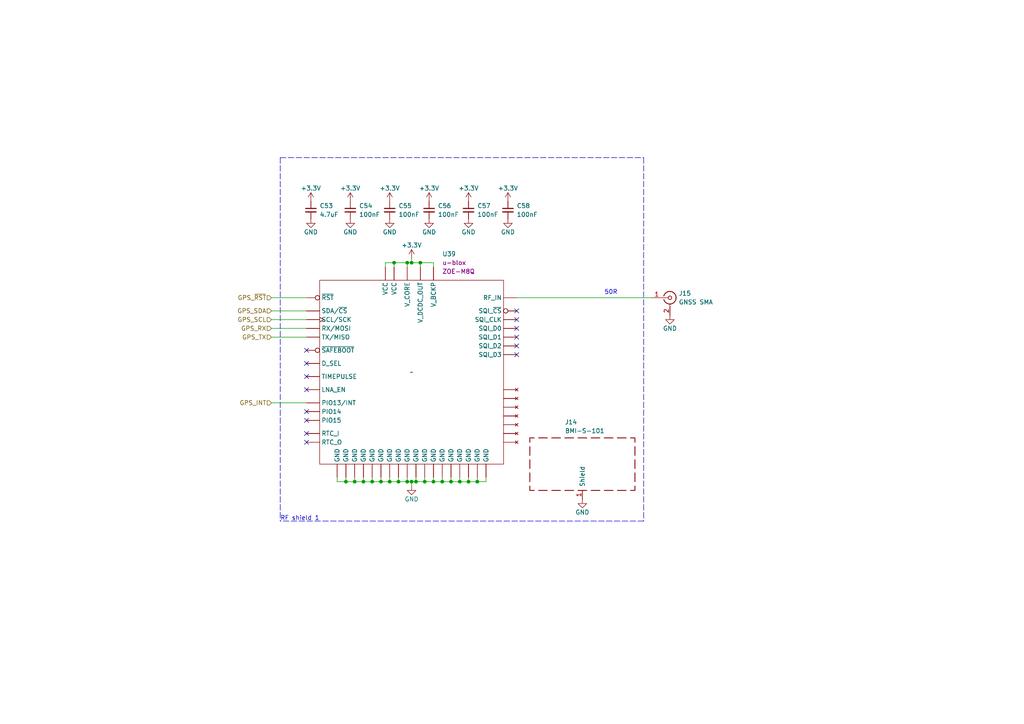
<source format=kicad_sch>
(kicad_sch (version 20231120) (generator "eeschema") (generator_version "8.0")
  (paper "A4")
  (lib_symbols
    (symbol "Connector:Conn_Coaxial" (pin_names (offset 1.016) hide)
      (property "Reference" "J" (at 0.254 3.048 0))
      (property "Value" "Conn_Coaxial" (at 2.921 0 90))
      (symbol "Conn_Coaxial_0_1"
        (arc (start -1.778 -0.508) (mid 0.2311 -1.8066) (end 1.778 0) (stroke (width 0.254)))
        (polyline (pts (xy -2.54 0) (xy -0.508 0)))
        (polyline (pts (xy 0 -2.54) (xy 0 -1.778)))
        (circle (center 0 0) (radius 0.508) (stroke (width 0.2032)))
        (arc (start 1.778 0) (mid 0.2099 1.8101) (end -1.778 0.508) (stroke (width 0.254)))
      )
      (symbol "Conn_Coaxial_1_1"
        (pin passive line (at -5.08 0 0) (length 2.54) (name "In") (number "1"))
        (pin passive line (at 0 -5.08 90) (length 2.54) (name "Ext") (number "2"))
      )
    )
    (symbol "Device:C_Small" (pin_numbers hide) (pin_names (offset 0.254) hide)
      (property "Reference" "C" (at 0.254 1.778 0))
      (property "Value" "C_Small" (at 0.254 -2.032 0))
      (symbol "C_Small_0_1"
        (polyline (pts (xy -1.524 -0.508) (xy 1.524 -0.508)) (stroke (width 0.3302)))
        (polyline (pts (xy -1.524 0.508) (xy 1.524 0.508)) (stroke (width 0.3048)))
      )
      (symbol "C_Small_1_1"
        (pin passive line (at 0 2.54 270) (length 2.032) (name "~") (number "1"))
        (pin passive line (at 0 -2.54 90) (length 2.032) (name "~") (number "2"))
      )
    )
    (symbol "Device:RFShield_OnePiece" (pin_names (offset 1.016))
      (property "Reference" "J" (at 0 5.08 0))
      (property "Value" "RFShield_OnePiece" (at 0 2.54 0))
      (symbol "RFShield_OnePiece_0_1"
        (polyline (pts (xy -15.24 -5.08) (xy -15.24 -2.54)) (stroke (width 0.254)))
        (polyline (pts (xy -15.24 -1.27) (xy -15.24 1.27)) (stroke (width 0.254)))
        (polyline (pts (xy -15.24 2.54) (xy -15.24 5.08)) (stroke (width 0.254)))
        (polyline (pts (xy -12.7 7.62) (xy -10.16 7.62)) (stroke (width 0.254)))
        (polyline (pts (xy -10.16 -7.62) (xy -12.7 -7.62)) (stroke (width 0.254)))
        (polyline (pts (xy -6.35 -7.62) (xy -8.89 -7.62)) (stroke (width 0.254)))
        (polyline (pts (xy -6.35 7.62) (xy -8.89 7.62)) (stroke (width 0.254)))
        (polyline (pts (xy -2.54 -7.62) (xy -5.08 -7.62)) (stroke (width 0.254)))
        (polyline (pts (xy -2.54 7.62) (xy -5.08 7.62)) (stroke (width 0.254)))
        (polyline (pts (xy -1.27 -7.62) (xy 1.27 -7.62)) (stroke (width 0.254)))
        (polyline (pts (xy 1.27 7.62) (xy -1.27 7.62)) (stroke (width 0.254)))
        (polyline (pts (xy 2.54 -7.62) (xy 5.08 -7.62)) (stroke (width 0.254)))
        (polyline (pts (xy 5.08 7.62) (xy 2.54 7.62)) (stroke (width 0.254)))
        (polyline (pts (xy 6.35 -7.62) (xy 8.89 -7.62)) (stroke (width 0.254)))
        (polyline (pts (xy 8.89 7.62) (xy 6.35 7.62)) (stroke (width 0.254)))
        (polyline (pts (xy 10.16 -7.62) (xy 12.7 -7.62)) (stroke (width 0.254)))
        (polyline (pts (xy 12.7 7.62) (xy 10.16 7.62)) (stroke (width 0.254)))
        (polyline (pts (xy 15.24 -5.08) (xy 15.24 -2.54)) (stroke (width 0.254)))
        (polyline (pts (xy 15.24 -1.27) (xy 15.24 1.27)) (stroke (width 0.254)))
        (polyline (pts (xy 15.24 2.54) (xy 15.24 5.08)) (stroke (width 0.254)))
        (polyline (pts (xy -15.24 6.35) (xy -15.24 7.62) (xy -13.97 7.62)) (stroke (width 0.254)))
        (polyline (pts (xy -13.97 -7.62) (xy -15.24 -7.62) (xy -15.24 -6.35)) (stroke (width 0.254)))
        (polyline (pts (xy 13.97 -7.62) (xy 15.24 -7.62) (xy 15.24 -6.35)) (stroke (width 0.254)))
        (polyline (pts (xy 15.24 6.35) (xy 15.24 7.62) (xy 13.97 7.62)) (stroke (width 0.254)))
      )
      (symbol "RFShield_OnePiece_1_1"
        (pin passive line (at 0 -10.16 90) (length 2.54) (name "Shield") (number "1"))
      )
    )
    (symbol "EVE:ZOE-M8Q" (pin_numbers hide)
      (property "Reference" "U" (at 0 0 0))
      (property "Manufacturer" "u-blox" (at 0 0 0))
      (property "Part #" "ZOE-M8Q" (at 0 0 0))
      (symbol "ZOE-M8Q_0_1"
        (rectangle (start -26.67 26.67) (end 26.67 -26.67))
      )
      (symbol "ZOE-M8Q_1_1"
        (pin power_in line (at 21.59 -30.48 90) (length 3.81) (name "GND") (number "A1"))
        (pin bidirectional line (at -30.48 17.78 0) (length 3.81) (name "SDA/~{CS}") (number "A2"))
        (pin power_in line (at 19.05 -30.48 90) (length 3.81) (name "GND") (number "A3"))
        (pin input line (at 30.48 21.59 180) (length 3.81) (name "RF_IN") (number "A4"))
        (pin power_in line (at 16.51 -30.48 90) (length 3.81) (name "GND") (number "A5"))
        (pin no_connect line (at 30.48 -5.08 180) (length 3.81) (name "") (number "A6"))
        (pin power_in line (at 13.97 -30.48 90) (length 3.81) (name "GND") (number "A7"))
        (pin power_in line (at 11.43 -30.48 90) (length 3.81) (name "GND") (number "A8"))
        (pin power_in line (at 8.89 -30.48 90) (length 3.81) (name "GND") (number "A9"))
        (pin input clock (at -30.48 15.24 0) (length 3.81) (name "SCL/SCK") (number "B1"))
        (pin power_in line (at 6.35 -30.48 90) (length 3.81) (name "GND") (number "B9"))
        (pin input line (at 30.48 10.16 180) (length 3.81) (name "SQI_D1") (number "C1"))
        (pin output line (at -30.48 -1.27 0) (length 3.81) (name "TIMEPULSE") (number "C3"))
        (pin input inverted (at -30.48 6.35 0) (length 3.81) (name "~{SAFEBOOT}") (number "C4"))
        (pin output line (at -30.48 -5.08 0) (length 3.81) (name "LNA_EN") (number "C5"))
        (pin bidirectional line (at -30.48 -13.97 0) (length 3.81) (name "PIO15") (number "C6"))
        (pin power_in line (at 3.81 -30.48 90) (length 3.81) (name "GND") (number "C7"))
        (pin power_in line (at 1.27 -30.48 90) (length 3.81) (name "GND") (number "C9"))
        (pin bidirectional line (at 30.48 12.7 180) (length 3.81) (name "SQI_D0") (number "D1"))
        (pin bidirectional inverted (at 30.48 17.78 180) (length 3.81) (name "SQI_~{CS}") (number "D3"))
        (pin input line (at -30.48 2.54 0) (length 3.81) (name "D_SEL") (number "D4"))
        (pin power_in line (at -1.27 -30.48 90) (length 3.81) (name "GND") (number "D6"))
        (pin power_in line (at -3.81 -30.48 90) (length 3.81) (name "GND") (number "D9"))
        (pin bidirectional line (at 30.48 15.24 180) (length 3.81) (name "SQI_CLK") (number "E1"))
        (pin bidirectional line (at 30.48 7.62 180) (length 3.81) (name "SQI_D2") (number "E3"))
        (pin power_in line (at -6.35 -30.48 90) (length 3.81) (name "GND") (number "E7"))
        (pin no_connect line (at 30.48 -7.62 180) (length 3.81) (name "") (number "E9"))
        (pin no_connect line (at 30.48 -10.16 180) (length 3.81) (name "") (number "F1"))
        (pin bidirectional line (at 30.48 5.08 180) (length 3.81) (name "SQI_D3") (number "F3"))
        (pin no_connect line (at 30.48 -12.7 180) (length 3.81) (name "") (number "F4"))
        (pin bidirectional line (at -30.48 -11.43 0) (length 3.81) (name "PIO14") (number "F6"))
        (pin power_in line (at -8.89 -30.48 90) (length 3.81) (name "GND") (number "F7"))
        (pin no_connect line (at 30.48 -15.24 180) (length 3.81) (name "") (number "F9"))
        (pin power_in line (at -1.27 30.48 270) (length 3.81) (name "V_CORE") (number "G1"))
        (pin power_in line (at -11.43 -30.48 90) (length 3.81) (name "GND") (number "G3"))
        (pin input line (at -30.48 -8.89 0) (length 3.81) (name "PIO13/INT") (number "G4"))
        (pin no_connect line (at 30.48 -17.78 180) (length 3.81) (name "") (number "G5"))
        (pin power_in line (at -13.97 -30.48 90) (length 3.81) (name "GND") (number "G6"))
        (pin power_in line (at -16.51 -30.48 90) (length 3.81) (name "GND") (number "G7"))
        (pin no_connect line (at 30.48 -20.32 180) (length 3.81) (name "") (number "G9"))
        (pin power_out line (at 2.54 30.48 270) (length 3.81) (name "V_DCDC_OUT") (number "H1"))
        (pin power_in line (at 6.35 30.48 270) (length 3.81) (name "V_BCKP") (number "H9"))
        (pin power_in line (at -7.62 30.48 270) (length 3.81) (name "VCC") (number "J1"))
        (pin power_in line (at -5.08 30.48 270) (length 3.81) (name "VCC") (number "J2"))
        (pin power_in line (at -19.05 -30.48 90) (length 3.81) (name "GND") (number "J3"))
        (pin input line (at -30.48 12.7 0) (length 3.81) (name "RX/MOSI") (number "J4"))
        (pin output line (at -30.48 10.16 0) (length 3.81) (name "TX/MISO") (number "J5"))
        (pin input inverted (at -30.48 21.59 0) (length 3.81) (name "~{RST}") (number "J6"))
        (pin input line (at -30.48 -17.78 0) (length 3.81) (name "RTC_I") (number "J7"))
        (pin output line (at -30.48 -20.32 0) (length 3.81) (name "RTC_O") (number "J8"))
        (pin power_in line (at -21.59 -30.48 90) (length 3.81) (name "GND") (number "J9"))
      )
    )
    (symbol "power:+3.3V" (power) (pin_names (offset 0))
      (property "Value" "+3.3V" (at 0 3.556 0))
      (symbol "+3.3V_0_1"
        (polyline (pts (xy -0.762 1.27) (xy 0 2.54)))
        (polyline (pts (xy 0 0) (xy 0 2.54)))
        (polyline (pts (xy 0 2.54) (xy 0.762 1.27)))
      )
      (symbol "+3.3V_1_1"
        (pin power_in line (at 0 0 90) (length 0) hide (name "+3.3V") (number "1"))
      )
    )
    (symbol "power:GND" (power) (pin_names (offset 0))
      (property "Value" "GND" (at 0 -3.81 0))
      (symbol "GND_0_1"
        (polyline (pts (xy 0 0) (xy 0 -1.27) (xy 1.27 -1.27) (xy 0 -2.54) (xy -1.27 -1.27) (xy 0 -1.27)))
      )
      (symbol "GND_1_1"
        (pin power_in line (at 0 0 270) (length 0) hide (name "GND") (number "1"))
      )
    )
  )
  (junction (at 138.43 139.7))
  (junction (at 123.19 139.7))
  (junction (at 120.65 139.7))
  (junction (at 121.92 76.2))
  (junction (at 102.87 139.7))
  (junction (at 119.38 139.7))
  (junction (at 128.27 139.7))
  (junction (at 125.73 139.7))
  (junction (at 100.33 139.7))
  (junction (at 110.49 139.7))
  (junction (at 107.95 139.7))
  (junction (at 113.03 139.7))
  (junction (at 118.11 76.2))
  (junction (at 105.41 139.7))
  (junction (at 133.35 139.7))
  (junction (at 135.89 139.7))
  (junction (at 130.81 139.7))
  (junction (at 119.38 76.2))
  (junction (at 118.11 139.7))
  (junction (at 114.3 76.2))
  (junction (at 115.57 139.7))
  (no_connect (at 149.86 102.87))
  (no_connect (at 149.86 97.79))
  (no_connect (at 149.86 95.25))
  (no_connect (at 149.86 90.17))
  (no_connect (at 149.86 92.71))
  (no_connect (at 88.9 105.41))
  (no_connect (at 88.9 125.73))
  (no_connect (at 88.9 128.27))
  (no_connect (at 88.9 101.6))
  (no_connect (at 88.9 121.92))
  (no_connect (at 88.9 113.03))
  (no_connect (at 149.86 100.33))
  (no_connect (at 88.9 109.22))
  (no_connect (at 88.9 119.38))
  (wire (pts (xy 125.73 139.7) (xy 128.27 139.7)))
  (polyline (pts (xy 81.28 45.72) (xy 81.28 151.13)) (stroke (width 0) (type dash)))
  (wire (pts (xy 118.11 139.7) (xy 119.38 139.7)))
  (wire (pts (xy 97.79 139.7) (xy 100.33 139.7)))
  (wire (pts (xy 78.74 97.79) (xy 88.9 97.79)))
  (wire (pts (xy 118.11 76.2) (xy 119.38 76.2)))
  (wire (pts (xy 149.86 86.36) (xy 189.23 86.36)))
  (wire (pts (xy 115.57 138.43) (xy 115.57 139.7)))
  (wire (pts (xy 119.38 74.93) (xy 119.38 76.2)))
  (polyline (pts (xy 186.69 45.72) (xy 186.69 151.13)) (stroke (width 0) (type dash)))
  (wire (pts (xy 78.74 92.71) (xy 88.9 92.71)))
  (wire (pts (xy 125.73 138.43) (xy 125.73 139.7)))
  (polyline (pts (xy 81.28 45.72) (xy 186.69 45.72)) (stroke (width 0) (type dash)))
  (wire (pts (xy 121.92 76.2) (xy 121.92 77.47)))
  (wire (pts (xy 138.43 139.7) (xy 140.97 139.7)))
  (wire (pts (xy 110.49 138.43) (xy 110.49 139.7)))
  (wire (pts (xy 118.11 76.2) (xy 118.11 77.47)))
  (wire (pts (xy 115.57 139.7) (xy 118.11 139.7)))
  (wire (pts (xy 78.74 95.25) (xy 88.9 95.25)))
  (wire (pts (xy 102.87 139.7) (xy 105.41 139.7)))
  (wire (pts (xy 133.35 138.43) (xy 133.35 139.7)))
  (wire (pts (xy 120.65 138.43) (xy 120.65 139.7)))
  (wire (pts (xy 138.43 138.43) (xy 138.43 139.7)))
  (wire (pts (xy 121.92 76.2) (xy 125.73 76.2)))
  (wire (pts (xy 130.81 138.43) (xy 130.81 139.7)))
  (wire (pts (xy 102.87 138.43) (xy 102.87 139.7)))
  (wire (pts (xy 135.89 138.43) (xy 135.89 139.7)))
  (wire (pts (xy 123.19 138.43) (xy 123.19 139.7)))
  (wire (pts (xy 120.65 139.7) (xy 123.19 139.7)))
  (wire (pts (xy 78.74 116.84) (xy 88.9 116.84)))
  (wire (pts (xy 105.41 138.43) (xy 105.41 139.7)))
  (wire (pts (xy 107.95 139.7) (xy 110.49 139.7)))
  (wire (pts (xy 110.49 139.7) (xy 113.03 139.7)))
  (wire (pts (xy 119.38 76.2) (xy 121.92 76.2)))
  (wire (pts (xy 128.27 139.7) (xy 130.81 139.7)))
  (wire (pts (xy 107.95 138.43) (xy 107.95 139.7)))
  (wire (pts (xy 130.81 139.7) (xy 133.35 139.7)))
  (wire (pts (xy 100.33 139.7) (xy 102.87 139.7)))
  (polyline (pts (xy 186.69 151.13) (xy 81.28 151.13)) (stroke (width 0) (type dash)))
  (wire (pts (xy 97.79 138.43) (xy 97.79 139.7)))
  (wire (pts (xy 119.38 139.7) (xy 120.65 139.7)))
  (wire (pts (xy 78.74 90.17) (xy 88.9 90.17)))
  (wire (pts (xy 133.35 139.7) (xy 135.89 139.7)))
  (wire (pts (xy 114.3 76.2) (xy 114.3 77.47)))
  (wire (pts (xy 111.76 76.2) (xy 114.3 76.2)))
  (wire (pts (xy 114.3 76.2) (xy 118.11 76.2)))
  (wire (pts (xy 140.97 139.7) (xy 140.97 138.43)))
  (wire (pts (xy 128.27 138.43) (xy 128.27 139.7)))
  (wire (pts (xy 78.74 86.36) (xy 88.9 86.36)))
  (wire (pts (xy 100.33 138.43) (xy 100.33 139.7)))
  (wire (pts (xy 123.19 139.7) (xy 125.73 139.7)))
  (wire (pts (xy 118.11 138.43) (xy 118.11 139.7)))
  (wire (pts (xy 113.03 139.7) (xy 115.57 139.7)))
  (wire (pts (xy 105.41 139.7) (xy 107.95 139.7)))
  (wire (pts (xy 125.73 76.2) (xy 125.73 77.47)))
  (wire (pts (xy 135.89 139.7) (xy 138.43 139.7)))
  (wire (pts (xy 113.03 138.43) (xy 113.03 139.7)))
  (wire (pts (xy 119.38 139.7) (xy 119.38 140.97)))
  (wire (pts (xy 111.76 77.47) (xy 111.76 76.2)))
  (text "50R" (at 175.26 85.598 0) (effects (font (size 1.27 1.27)) (justify left bottom)))
  (text "RF shield 1" (at 81.28 151.13 0) (effects (font (size 1.27 1.27)) (justify left bottom)))
  (hierarchical_label "GPS_SDA" (shape input) (at 78.74 90.17 180))
  (hierarchical_label "GPS_~{RST}" (shape input) (at 78.74 86.36 180))
  (hierarchical_label "GPS_INT" (shape input) (at 78.74 116.84 180))
  (hierarchical_label "GPS_RX" (shape input) (at 78.74 95.25 180))
  (hierarchical_label "GPS_TX" (shape input) (at 78.74 97.79 180))
  (hierarchical_label "GPS_SCL" (shape input) (at 78.74 92.71 180))
  (symbol (lib_id "Connector:Conn_Coaxial") (at 194.31 86.36 0) (unit 1)
    (property "Reference" "J15" (at 196.85 85.09 0) (effects (justify left)))
    (property "Value" "GNSS SMA" (at 196.85 87.63 0) (effects (justify left)))
    (property "Footprint" "Connector_Coaxial:SMA_Molex_73251-2200_Horizontal" (effects (hide yes)))
    (property "Datasheet" " ~" (effects (hide yes)))
    (property "Manufacturer" "Molex" (effects (hide yes)))
    (property "Part #" "732512200" (effects (hide yes)))
    (instances (project "rocket2-ecu" (path "" (reference "J15") (unit 1))) (project "EVE" (path "" (reference "J1") (unit 1))))
  )
  (symbol (lib_id "Device:C_Small") (at 147.32 60.96 0) (unit 1)
    (property "Reference" "C58" (at 149.86 59.69 0) (effects (justify left)))
    (property "Value" "100nF" (at 149.86 62.23 0) (effects (justify left)))
    (property "Footprint" "Capacitor_SMD:C_0402_1005Metric" (effects (hide yes)))
    (property "Manufacturer" "Generic" (effects (hide yes)))
    (property "Part #" "Generic 100nF 6.3V X7R 0402 MLCC" (effects (hide yes)))
    (instances (project "rocket2-ecu" (path "" (reference "C58") (unit 1))) (project "EVE" (path "" (reference "C21") (unit 1))))
  )
  (symbol (lib_id "power:GND") (at 194.31 91.44 0) (unit 1)
    (property "Reference" "#PWR0194" (effects (hide yes)))
    (property "Value" "GND" (at 194.31 95.25 0))
    (instances (project "rocket2-ecu" (path "" (reference "#PWR0194") (unit 1))) (project "EVE" (path "" (reference "#PWR055") (unit 1))))
  )
  (symbol (lib_id "power:+3.3V") (at 119.38 74.93 0) (unit 1)
    (property "Reference" "#PWR0185" (effects (hide yes)))
    (property "Value" "+3.3V" (at 119.38 71.12 0))
    (instances (project "rocket2-ecu" (path "" (reference "#PWR0185") (unit 1))) (project "EVE" (path "" (reference "#PWR053") (unit 1))))
  )
  (symbol (lib_id "power:+3.3V") (at 113.03 58.42 0) (unit 1)
    (property "Reference" "#PWR0183" (effects (hide yes)))
    (property "Value" "+3.3V" (at 113.03 54.61 0))
    (instances (project "rocket2-ecu" (path "" (reference "#PWR0183") (unit 1))) (project "EVE" (path "" (reference "#PWR061") (unit 1))))
  )
  (symbol (lib_id "power:GND") (at 147.32 63.5 0) (unit 1)
    (property "Reference" "#PWR0192" (effects (hide yes)))
    (property "Value" "GND" (at 147.32 67.31 0))
    (instances (project "rocket2-ecu" (path "" (reference "#PWR0192") (unit 1))) (project "EVE" (path "" (reference "#PWR068") (unit 1))))
  )
  (symbol (lib_id "Device:C_Small") (at 90.17 60.96 0) (unit 1)
    (property "Reference" "C53" (at 92.71 59.69 0) (effects (justify left)))
    (property "Value" "4.7uF" (at 92.71 62.23 0) (effects (justify left)))
    (property "Footprint" "Capacitor_SMD:C_0603_1608Metric" (effects (hide yes)))
    (property "Manufacturer" "Generic" (effects (hide yes)))
    (property "Part #" "Generic 0603 4.7uF 6.3V X7R MLCC" (effects (hide yes)))
    (instances (project "rocket2-ecu" (path "" (reference "C53") (unit 1))) (project "EVE" (path "" (reference "C16") (unit 1))))
  )
  (symbol (lib_id "Device:C_Small") (at 113.03 60.96 0) (unit 1)
    (property "Reference" "C55" (at 115.57 59.69 0) (effects (justify left)))
    (property "Value" "100nF" (at 115.57 62.23 0) (effects (justify left)))
    (property "Footprint" "Capacitor_SMD:C_0402_1005Metric" (effects (hide yes)))
    (property "Manufacturer" "Generic" (effects (hide yes)))
    (property "Part #" "Generic 100nF 6.3V X7R 0402 MLCC" (effects (hide yes)))
    (instances (project "rocket2-ecu" (path "" (reference "C55") (unit 1))) (project "EVE" (path "" (reference "C18") (unit 1))))
  )
  (symbol (lib_id "power:GND") (at 90.17 63.5 0) (unit 1)
    (property "Reference" "#PWR0180" (effects (hide yes)))
    (property "Value" "GND" (at 90.17 67.31 0))
    (instances (project "rocket2-ecu" (path "" (reference "#PWR0180") (unit 1))) (project "EVE" (path "" (reference "#PWR058") (unit 1))))
  )
  (symbol (lib_id "Device:C_Small") (at 101.6 60.96 0) (unit 1)
    (property "Reference" "C54" (at 104.14 59.69 0) (effects (justify left)))
    (property "Value" "100nF" (at 104.14 62.23 0) (effects (justify left)))
    (property "Footprint" "Capacitor_SMD:C_0402_1005Metric" (effects (hide yes)))
    (property "Manufacturer" "Generic" (effects (hide yes)))
    (property "Part #" "Generic 100nF 6.3V X7R 0402 MLCC" (effects (hide yes)))
    (instances (project "rocket2-ecu" (path "" (reference "C54") (unit 1))) (project "EVE" (path "" (reference "C17") (unit 1))))
  )
  (symbol (lib_id "Device:C_Small") (at 135.89 60.96 0) (unit 1)
    (property "Reference" "C57" (at 138.43 59.69 0) (effects (justify left)))
    (property "Value" "100nF" (at 138.43 62.23 0) (effects (justify left)))
    (property "Footprint" "Capacitor_SMD:C_0402_1005Metric" (effects (hide yes)))
    (property "Manufacturer" "Generic" (effects (hide yes)))
    (property "Part #" "Generic 100nF 6.3V X7R 0402 MLCC" (effects (hide yes)))
    (instances (project "rocket2-ecu" (path "" (reference "C57") (unit 1))) (project "EVE" (path "" (reference "C20") (unit 1))))
  )
  (symbol (lib_id "power:+3.3V") (at 124.46 58.42 0) (unit 1)
    (property "Reference" "#PWR0187" (effects (hide yes)))
    (property "Value" "+3.3V" (at 124.46 54.61 0))
    (instances (project "rocket2-ecu" (path "" (reference "#PWR0187") (unit 1))) (project "EVE" (path "" (reference "#PWR063") (unit 1))))
  )
  (symbol (lib_id "power:GND") (at 135.89 63.5 0) (unit 1)
    (property "Reference" "#PWR0190" (effects (hide yes)))
    (property "Value" "GND" (at 135.89 67.31 0))
    (instances (project "rocket2-ecu" (path "" (reference "#PWR0190") (unit 1))) (project "EVE" (path "" (reference "#PWR066") (unit 1))))
  )
  (symbol (lib_id "power:+3.3V") (at 101.6 58.42 0) (unit 1)
    (property "Reference" "#PWR0181" (effects (hide yes)))
    (property "Value" "+3.3V" (at 101.6 54.61 0))
    (instances (project "rocket2-ecu" (path "" (reference "#PWR0181") (unit 1))) (project "EVE" (path "" (reference "#PWR059") (unit 1))))
  )
  (symbol (lib_id "power:GND") (at 113.03 63.5 0) (unit 1)
    (property "Reference" "#PWR0184" (effects (hide yes)))
    (property "Value" "GND" (at 113.03 67.31 0))
    (instances (project "rocket2-ecu" (path "" (reference "#PWR0184") (unit 1))) (project "EVE" (path "" (reference "#PWR062") (unit 1))))
  )
  (symbol (lib_id "power:+3.3V") (at 147.32 58.42 0) (unit 1)
    (property "Reference" "#PWR0191" (effects (hide yes)))
    (property "Value" "+3.3V" (at 147.32 54.61 0))
    (instances (project "rocket2-ecu" (path "" (reference "#PWR0191") (unit 1))) (project "EVE" (path "" (reference "#PWR067") (unit 1))))
  )
  (symbol (lib_id "power:GND") (at 168.91 144.78 0) (unit 1)
    (property "Reference" "#PWR0193" (effects (hide yes)))
    (property "Value" "GND" (at 168.91 148.59 0))
    (instances (project "rocket2-ecu" (path "" (reference "#PWR0193") (unit 1))) (project "EVE" (path "" (reference "#PWR090") (unit 1))))
  )
  (symbol (lib_id "Device:RFShield_OnePiece") (at 168.91 134.62 0) (unit 1)
    (property "Reference" "J14" (at 163.83 122.428 0) (effects (justify left)))
    (property "Value" "BMI-S-101" (at 163.83 124.968 0) (effects (justify left)))
    (property "Footprint" "RF_Shielding:Laird_Technologies_BMI-S-101_13.66x12.70mm" (effects (hide yes)))
    (property "Manufacturer" "Laird" (effects (hide yes)))
    (property "Part #" "BMI-S-101" (effects (hide yes)))
    (instances (project "rocket2-ecu" (path "" (reference "J14") (unit 1))) (project "EVE" (path "" (reference "J6") (unit 1))))
  )
  (symbol (lib_id "Device:C_Small") (at 124.46 60.96 0) (unit 1)
    (property "Reference" "C56" (at 127 59.69 0) (effects (justify left)))
    (property "Value" "100nF" (at 127 62.23 0) (effects (justify left)))
    (property "Footprint" "Capacitor_SMD:C_0402_1005Metric" (effects (hide yes)))
    (property "Manufacturer" "Generic" (effects (hide yes)))
    (property "Part #" "Generic 100nF 6.3V X7R 0402 MLCC" (effects (hide yes)))
    (instances (project "rocket2-ecu" (path "" (reference "C56") (unit 1))) (project "EVE" (path "" (reference "C19") (unit 1))))
  )
  (symbol (lib_id "power:GND") (at 119.38 140.97 0) (unit 1)
    (property "Reference" "#PWR0186" (effects (hide yes)))
    (property "Value" "GND" (at 119.38 144.78 0))
    (instances (project "rocket2-ecu" (path "" (reference "#PWR0186") (unit 1))) (project "EVE" (path "" (reference "#PWR054") (unit 1))))
  )
  (symbol (lib_id "power:GND") (at 124.46 63.5 0) (unit 1)
    (property "Reference" "#PWR0188" (effects (hide yes)))
    (property "Value" "GND" (at 124.46 67.31 0))
    (instances (project "rocket2-ecu" (path "" (reference "#PWR0188") (unit 1))) (project "EVE" (path "" (reference "#PWR064") (unit 1))))
  )
  (symbol (lib_id "power:+3.3V") (at 90.17 58.42 0) (unit 1)
    (property "Reference" "#PWR0179" (effects (hide yes)))
    (property "Value" "+3.3V" (at 90.17 54.61 0))
    (instances (project "rocket2-ecu" (path "" (reference "#PWR0179") (unit 1))) (project "EVE" (path "" (reference "#PWR057") (unit 1))))
  )
  (symbol (lib_id "power:GND") (at 101.6 63.5 0) (unit 1)
    (property "Reference" "#PWR0182" (effects (hide yes)))
    (property "Value" "GND" (at 101.6 67.31 0))
    (instances (project "rocket2-ecu" (path "" (reference "#PWR0182") (unit 1))) (project "EVE" (path "" (reference "#PWR060") (unit 1))))
  )
  (symbol (lib_id "EVE:ZOE-M8Q") (at 119.38 107.95 0) (unit 1)
    (property "Reference" "U39" (at 128.27 73.66 0) (effects (justify left)))
    (property "Value" "~" (at 119.38 107.95 0))
    (property "Footprint" "0UCIRP-KiCAD-Lib:ZOE-M8Q" (effects (hide yes)))
    (property "Datasheet" "https://content.u-blox.com/sites/default/files/ZOE-M8_DataSheet_UBX-16008094.pdf" (effects (hide yes)))
    (property "Manufacturer" "u-blox" (at 128.27 76.2 0) (effects (justify left)))
    (property "Part #" "ZOE-M8Q" (at 128.27 78.74 0) (effects (justify left)))
    (instances (project "rocket2-ecu" (path "" (reference "U39") (unit 1))) (project "EVE" (path "" (reference "U6") (unit 1))))
  )
  (symbol (lib_id "power:+3.3V") (at 135.89 58.42 0) (unit 1)
    (property "Reference" "#PWR0189" (effects (hide yes)))
    (property "Value" "+3.3V" (at 135.89 54.61 0))
    (instances (project "rocket2-ecu" (path "" (reference "#PWR0189") (unit 1))) (project "EVE" (path "" (reference "#PWR065") (unit 1))))
  )
)
</source>
